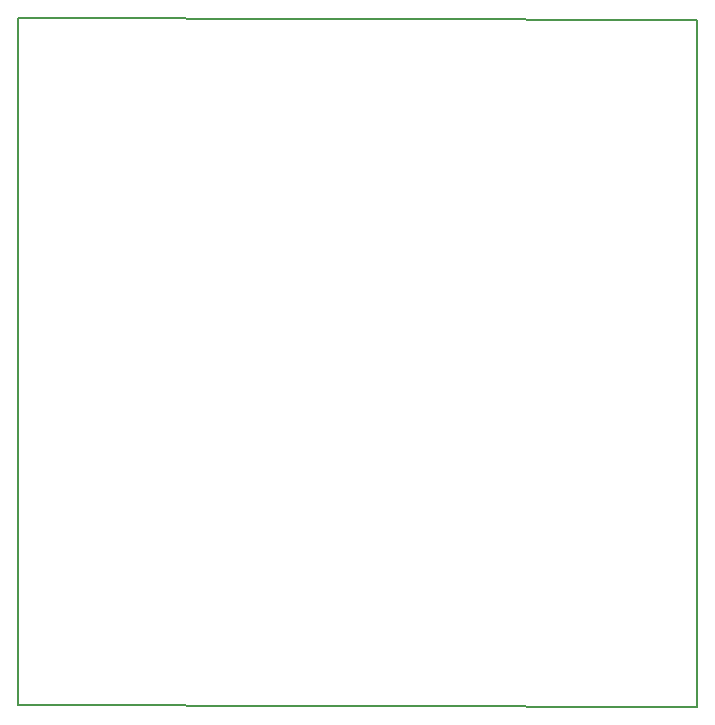
<source format=gm1>
%TF.GenerationSoftware,KiCad,Pcbnew,(6.0.7-1)-1*%
%TF.CreationDate,2022-09-01T10:44:34+09:00*%
%TF.ProjectId,Battery,42617474-6572-4792-9e6b-696361645f70,rev?*%
%TF.SameCoordinates,Original*%
%TF.FileFunction,Profile,NP*%
%FSLAX46Y46*%
G04 Gerber Fmt 4.6, Leading zero omitted, Abs format (unit mm)*
G04 Created by KiCad (PCBNEW (6.0.7-1)-1) date 2022-09-01 10:44:34*
%MOMM*%
%LPD*%
G01*
G04 APERTURE LIST*
%TA.AperFunction,Profile*%
%ADD10C,0.200000*%
%TD*%
G04 APERTURE END LIST*
D10*
X94462000Y-112548000D02*
X94462000Y-54382000D01*
X151892000Y-112649000D02*
X94462000Y-112548000D01*
X151892000Y-54483000D02*
X151892000Y-112649000D01*
X94462000Y-54382000D02*
X151892000Y-54483000D01*
M02*

</source>
